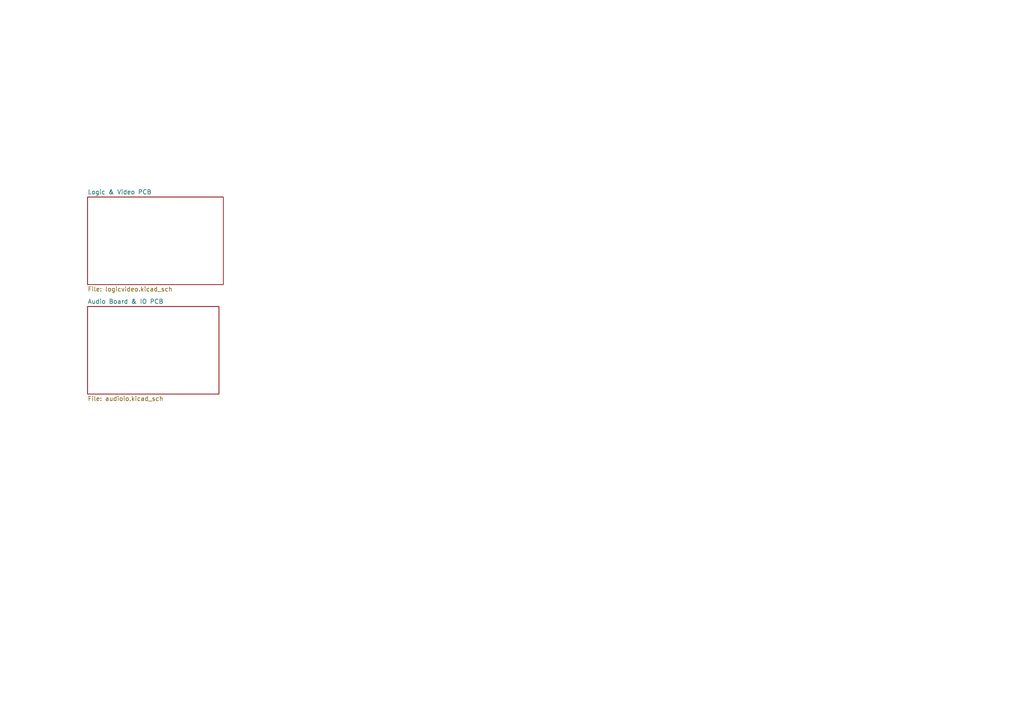
<source format=kicad_sch>
(kicad_sch
	(version 20231120)
	(generator "eeschema")
	(generator_version "8.0")
	(uuid "ee9ca5df-edb9-4677-bdcd-afd3abb310eb")
	(paper "A4")
	(title_block
		(title "Exidy 440")
		(company "Exidy")
		(comment 1 "Anton Gale")
	)
	(lib_symbols)
	(sheet
		(at 25.4 88.9)
		(size 38.1 25.4)
		(fields_autoplaced yes)
		(stroke
			(width 0.1524)
			(type solid)
		)
		(fill
			(color 0 0 0 0.0000)
		)
		(uuid "3fd7af43-9851-4214-bd3c-e0b77c4a0423")
		(property "Sheetname" "Audio Board & IO PCB"
			(at 25.4 88.1884 0)
			(effects
				(font
					(size 1.27 1.27)
				)
				(justify left bottom)
			)
		)
		(property "Sheetfile" "audioio.kicad_sch"
			(at 25.4 114.8846 0)
			(effects
				(font
					(size 1.27 1.27)
				)
				(justify left top)
			)
		)
		(instances
			(project "exidy440pcb"
				(path "/ee9ca5df-edb9-4677-bdcd-afd3abb310eb"
					(page "AIDX")
				)
			)
		)
	)
	(sheet
		(at 25.4 57.15)
		(size 39.37 25.4)
		(fields_autoplaced yes)
		(stroke
			(width 0.1524)
			(type solid)
		)
		(fill
			(color 0 0 0 0.0000)
		)
		(uuid "474351ca-508f-48f5-8378-01887b7dd36b")
		(property "Sheetname" "Logic & Video PCB"
			(at 25.4 56.4384 0)
			(effects
				(font
					(size 1.27 1.27)
				)
				(justify left bottom)
			)
		)
		(property "Sheetfile" "logicvideo.kicad_sch"
			(at 25.4 83.1346 0)
			(effects
				(font
					(size 1.27 1.27)
				)
				(justify left top)
			)
		)
		(instances
			(project "exidy440pcb"
				(path "/ee9ca5df-edb9-4677-bdcd-afd3abb310eb"
					(page "LIDX")
				)
			)
		)
	)
	(sheet_instances
		(path "/"
			(page "440IDX")
		)
	)
)

</source>
